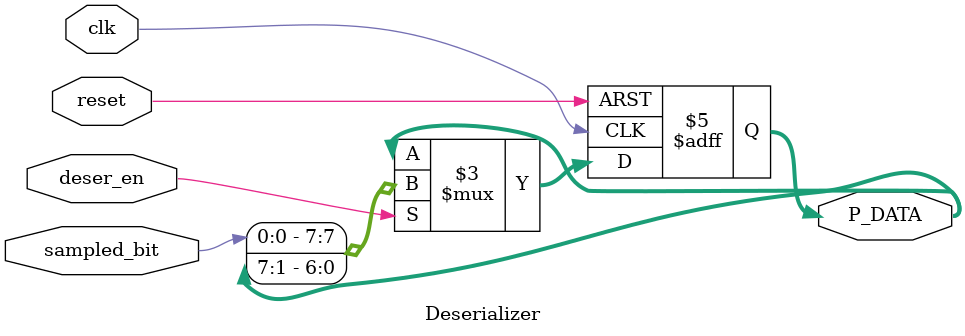
<source format=v>
module Deserializer (
    input clk , reset ,
    input sampled_bit,deser_en,
    output reg [7:0] P_DATA
);


always @(posedge clk , negedge reset) begin
    if(~reset) begin
        P_DATA <= 0 ;
    end
    else if((deser_en)) begin
        P_DATA <= {sampled_bit ,P_DATA[7:1]} ;
    end
end
    
endmodule
</source>
